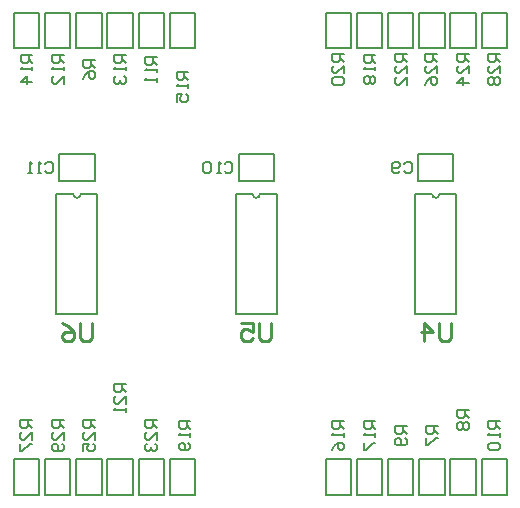
<source format=gbo>
G04*
G04 #@! TF.GenerationSoftware,Altium Limited,Altium Designer,24.5.2 (23)*
G04*
G04 Layer_Color=32896*
%FSLAX44Y44*%
%MOMM*%
G71*
G04*
G04 #@! TF.SameCoordinates,5CBC3D74-EA73-4CBB-BCEB-C53DBBCF94AE*
G04*
G04*
G04 #@! TF.FilePolarity,Positive*
G04*
G01*
G75*
%ADD10C,0.2000*%
%ADD11C,0.2540*%
D10*
X1055455Y406550D02*
G03*
X1061805Y406550I3175J0D01*
G01*
X903575D02*
G03*
X909925Y406550I3175J0D01*
G01*
X751695D02*
G03*
X758045Y406550I3175J0D01*
G01*
X1061805D02*
X1076030D01*
X1041230D02*
X1055455D01*
X1041230Y304950D02*
Y406550D01*
Y304950D02*
X1076030D01*
Y406550D01*
X909925D02*
X924150D01*
X889350D02*
X903575D01*
X889350Y304950D02*
Y406550D01*
Y304950D02*
X924150D01*
Y406550D01*
X758045D02*
X772270D01*
X737470D02*
X751695D01*
X737470Y304950D02*
Y406550D01*
Y304950D02*
X772270D01*
Y406550D01*
X1073554Y417750D02*
X1073630Y417826D01*
X1043630Y417813D02*
X1043693Y417750D01*
X1073554D01*
X1043630Y417813D02*
Y440250D01*
X1073523D01*
X1073630Y440143D01*
Y417826D02*
Y440143D01*
X921674Y417750D02*
X921750Y417826D01*
X891750Y417813D02*
X891813Y417750D01*
X921674D01*
X891750Y417813D02*
Y440250D01*
X921643D01*
X921750Y440143D01*
Y417826D02*
Y440143D01*
X769794Y417750D02*
X769870Y417826D01*
X739870Y417813D02*
X739933Y417750D01*
X769794D01*
X739870Y417813D02*
Y440250D01*
X769763D01*
X769870Y440143D01*
Y417826D02*
Y440143D01*
X754280Y530000D02*
Y560000D01*
X775780D01*
X754280Y530000D02*
X775780D01*
Y560000D01*
X1066180Y152000D02*
Y182000D01*
X1044680Y152000D02*
X1066180D01*
X1044680Y182000D02*
X1066180D01*
X1044680Y152000D02*
Y182000D01*
X1092580Y152000D02*
Y182000D01*
X1071080Y152000D02*
X1092580D01*
X1071080Y182000D02*
X1092580D01*
X1071080Y152000D02*
Y182000D01*
X1039780Y152000D02*
Y182000D01*
X1018280Y152000D02*
X1039780D01*
X1018280Y182000D02*
X1039780D01*
X1018280Y152000D02*
Y182000D01*
X1097480Y152000D02*
Y182000D01*
X1118980D01*
X1097480Y152000D02*
X1118980D01*
Y182000D01*
X807080Y530000D02*
Y560000D01*
X828580D01*
X807080Y530000D02*
X828580D01*
Y560000D01*
X749380Y530000D02*
Y560000D01*
X727880Y530000D02*
X749380D01*
X727880Y560000D02*
X749380D01*
X727880Y530000D02*
Y560000D01*
X780680Y530000D02*
Y560000D01*
X802180D01*
X780680Y530000D02*
X802180D01*
Y560000D01*
X722980Y530000D02*
Y560000D01*
X701480Y530000D02*
X722980D01*
X701480Y560000D02*
X722980D01*
X701480Y530000D02*
Y560000D01*
X833480Y530000D02*
Y560000D01*
X854980D01*
X833480Y530000D02*
X854980D01*
Y560000D01*
X986980Y152000D02*
Y182000D01*
X965480Y152000D02*
X986980D01*
X965480Y182000D02*
X986980D01*
X965480Y152000D02*
Y182000D01*
X1013380Y152000D02*
Y182000D01*
X991880Y152000D02*
X1013380D01*
X991880Y182000D02*
X1013380D01*
X991880Y152000D02*
Y182000D01*
Y530000D02*
Y560000D01*
X1013380D01*
X991880Y530000D02*
X1013380D01*
Y560000D01*
X854980Y152000D02*
Y182000D01*
X833480Y152000D02*
X854980D01*
X833480Y182000D02*
X854980D01*
X833480Y152000D02*
Y182000D01*
X965480Y530000D02*
Y560000D01*
X986980D01*
X965480Y530000D02*
X986980D01*
Y560000D01*
X802180Y152000D02*
Y182000D01*
X780680Y152000D02*
X802180D01*
X780680Y182000D02*
X802180D01*
X780680Y152000D02*
Y182000D01*
X1018280Y530000D02*
Y560000D01*
X1039780D01*
X1018280Y530000D02*
X1039780D01*
Y560000D01*
X828580Y152000D02*
Y182000D01*
X807080Y152000D02*
X828580D01*
X807080Y182000D02*
X828580D01*
X807080Y152000D02*
Y182000D01*
X1071080Y530000D02*
Y560000D01*
X1092580D01*
X1071080Y530000D02*
X1092580D01*
Y560000D01*
X775780Y152000D02*
Y182000D01*
X754280Y152000D02*
X775780D01*
X754280Y182000D02*
X775780D01*
X754280Y152000D02*
Y182000D01*
X1044680Y530000D02*
Y560000D01*
X1066180D01*
X1044680Y530000D02*
X1066180D01*
Y560000D01*
X722750Y152000D02*
Y182000D01*
X701250Y152000D02*
X722750D01*
X701250Y182000D02*
X722750D01*
X701250Y152000D02*
Y182000D01*
X1097480Y530000D02*
Y560000D01*
X1118980D01*
X1097480Y530000D02*
X1118980D01*
Y560000D01*
X749380Y152000D02*
Y182000D01*
X727880Y152000D02*
X749380D01*
X727880Y182000D02*
X749380D01*
X727880Y152000D02*
Y182000D01*
X743628Y215329D02*
X733632D01*
Y210331D01*
X735298Y208665D01*
X738630D01*
X740296Y210331D01*
Y215329D01*
Y211997D02*
X743628Y208665D01*
Y198668D02*
Y205332D01*
X736964Y198668D01*
X735298D01*
X733632Y200334D01*
Y203666D01*
X735298Y205332D01*
X741962Y195336D02*
X743628Y193669D01*
Y190337D01*
X741962Y188671D01*
X735298D01*
X733632Y190337D01*
Y193669D01*
X735298Y195336D01*
X736964D01*
X738630Y193669D01*
Y188671D01*
X1113228Y525329D02*
X1103232D01*
Y520331D01*
X1104898Y518665D01*
X1108230D01*
X1109896Y520331D01*
Y525329D01*
Y521997D02*
X1113228Y518665D01*
Y508668D02*
Y515332D01*
X1106564Y508668D01*
X1104898D01*
X1103232Y510334D01*
Y513666D01*
X1104898Y515332D01*
Y505336D02*
X1103232Y503669D01*
Y500337D01*
X1104898Y498671D01*
X1106564D01*
X1108230Y500337D01*
X1109896Y498671D01*
X1111562D01*
X1113228Y500337D01*
Y503669D01*
X1111562Y505336D01*
X1109896D01*
X1108230Y503669D01*
X1106564Y505336D01*
X1104898D01*
X1108230Y503669D02*
Y500337D01*
X716998Y215329D02*
X707002D01*
Y210331D01*
X708668Y208665D01*
X712000D01*
X713666Y210331D01*
Y215329D01*
Y211997D02*
X716998Y208665D01*
Y198668D02*
Y205332D01*
X710334Y198668D01*
X708668D01*
X707002Y200334D01*
Y203666D01*
X708668Y205332D01*
X707002Y195336D02*
Y188671D01*
X708668D01*
X715332Y195336D01*
X716998D01*
X1059998Y525329D02*
X1050002D01*
Y520331D01*
X1051668Y518665D01*
X1055000D01*
X1056666Y520331D01*
Y525329D01*
Y521997D02*
X1059998Y518665D01*
Y508668D02*
Y515332D01*
X1053334Y508668D01*
X1051668D01*
X1050002Y510334D01*
Y513666D01*
X1051668Y515332D01*
X1050002Y498671D02*
X1051668Y502003D01*
X1055000Y505336D01*
X1058332D01*
X1059998Y503669D01*
Y500337D01*
X1058332Y498671D01*
X1056666D01*
X1055000Y500337D01*
Y505336D01*
X770028Y215329D02*
X760032D01*
Y210331D01*
X761698Y208665D01*
X765030D01*
X766696Y210331D01*
Y215329D01*
Y211997D02*
X770028Y208665D01*
Y198668D02*
Y205332D01*
X763364Y198668D01*
X761698D01*
X760032Y200334D01*
Y203666D01*
X761698Y205332D01*
X760032Y188671D02*
Y195336D01*
X765030D01*
X763364Y192003D01*
Y190337D01*
X765030Y188671D01*
X768362D01*
X770028Y190337D01*
Y193669D01*
X768362Y195336D01*
X1086998Y525329D02*
X1077002D01*
Y520331D01*
X1078668Y518665D01*
X1082000D01*
X1083666Y520331D01*
Y525329D01*
Y521997D02*
X1086998Y518665D01*
Y508668D02*
Y515332D01*
X1080334Y508668D01*
X1078668D01*
X1077002Y510334D01*
Y513666D01*
X1078668Y515332D01*
X1086998Y500337D02*
X1077002D01*
X1082000Y505336D01*
Y498671D01*
X822828Y215329D02*
X812832D01*
Y210331D01*
X814498Y208665D01*
X817830D01*
X819496Y210331D01*
Y215329D01*
Y211997D02*
X822828Y208665D01*
Y198668D02*
Y205332D01*
X816164Y198668D01*
X814498D01*
X812832Y200334D01*
Y203666D01*
X814498Y205332D01*
Y195336D02*
X812832Y193669D01*
Y190337D01*
X814498Y188671D01*
X816164D01*
X817830Y190337D01*
Y192003D01*
Y190337D01*
X819496Y188671D01*
X821162D01*
X822828Y190337D01*
Y193669D01*
X821162Y195336D01*
X1034028Y525329D02*
X1024032D01*
Y520331D01*
X1025698Y518665D01*
X1029030D01*
X1030696Y520331D01*
Y525329D01*
Y521997D02*
X1034028Y518665D01*
Y508668D02*
Y515332D01*
X1027364Y508668D01*
X1025698D01*
X1024032Y510334D01*
Y513666D01*
X1025698Y515332D01*
X1034028Y498671D02*
Y505336D01*
X1027364Y498671D01*
X1025698D01*
X1024032Y500337D01*
Y503669D01*
X1025698Y505336D01*
X796428Y245663D02*
X786432D01*
Y240665D01*
X788098Y238998D01*
X791430D01*
X793096Y240665D01*
Y245663D01*
Y242331D02*
X796428Y238998D01*
Y229002D02*
Y235666D01*
X789764Y229002D01*
X788098D01*
X786432Y230668D01*
Y234000D01*
X788098Y235666D01*
X796428Y225669D02*
Y222337D01*
Y224003D01*
X786432D01*
X788098Y225669D01*
X981228Y525329D02*
X971232D01*
Y520331D01*
X972898Y518665D01*
X976230D01*
X977896Y520331D01*
Y525329D01*
Y521997D02*
X981228Y518665D01*
Y508668D02*
Y515332D01*
X974564Y508668D01*
X972898D01*
X971232Y510334D01*
Y513666D01*
X972898Y515332D01*
Y505336D02*
X971232Y503669D01*
Y500337D01*
X972898Y498671D01*
X979562D01*
X981228Y500337D01*
Y503669D01*
X979562Y505336D01*
X972898D01*
X850998Y214496D02*
X841002D01*
Y209498D01*
X842668Y207831D01*
X846000D01*
X847666Y209498D01*
Y214496D01*
Y211164D02*
X850998Y207831D01*
Y204499D02*
Y201167D01*
Y202833D01*
X841002D01*
X842668Y204499D01*
X849332Y196168D02*
X850998Y194502D01*
Y191170D01*
X849332Y189504D01*
X842668D01*
X841002Y191170D01*
Y194502D01*
X842668Y196168D01*
X844334D01*
X846000Y194502D01*
Y189504D01*
X1007628Y524496D02*
X997632D01*
Y519498D01*
X999298Y517831D01*
X1002630D01*
X1004296Y519498D01*
Y524496D01*
Y521164D02*
X1007628Y517831D01*
Y514499D02*
Y511167D01*
Y512833D01*
X997632D01*
X999298Y514499D01*
Y506169D02*
X997632Y504502D01*
Y501170D01*
X999298Y499504D01*
X1000964D01*
X1002630Y501170D01*
X1004296Y499504D01*
X1005962D01*
X1007628Y501170D01*
Y504502D01*
X1005962Y506169D01*
X1004296D01*
X1002630Y504502D01*
X1000964Y506169D01*
X999298D01*
X1002630Y504502D02*
Y501170D01*
X1007628Y214496D02*
X997632D01*
Y209498D01*
X999298Y207831D01*
X1002630D01*
X1004296Y209498D01*
Y214496D01*
Y211164D02*
X1007628Y207831D01*
Y204499D02*
Y201167D01*
Y202833D01*
X997632D01*
X999298Y204499D01*
X997632Y196168D02*
Y189504D01*
X999298D01*
X1005962Y196168D01*
X1007628D01*
X981228Y214496D02*
X971232D01*
Y209498D01*
X972898Y207831D01*
X976230D01*
X977896Y209498D01*
Y214496D01*
Y211164D02*
X981228Y207831D01*
Y204499D02*
Y201167D01*
Y202833D01*
X971232D01*
X972898Y204499D01*
X971232Y189504D02*
X972898Y192836D01*
X976230Y196169D01*
X979562D01*
X981228Y194502D01*
Y191170D01*
X979562Y189504D01*
X977896D01*
X976230Y191170D01*
Y196169D01*
X849228Y509496D02*
X839232D01*
Y504498D01*
X840898Y502831D01*
X844230D01*
X845896Y504498D01*
Y509496D01*
Y506164D02*
X849228Y502831D01*
Y499499D02*
Y496167D01*
Y497833D01*
X839232D01*
X840898Y499499D01*
X839232Y484504D02*
Y491169D01*
X844230D01*
X842564Y487836D01*
Y486170D01*
X844230Y484504D01*
X847562D01*
X849228Y486170D01*
Y489502D01*
X847562Y491169D01*
X717228Y524496D02*
X707232D01*
Y519498D01*
X708898Y517831D01*
X712230D01*
X713896Y519498D01*
Y524496D01*
Y521164D02*
X717228Y517831D01*
Y514499D02*
Y511167D01*
Y512833D01*
X707232D01*
X708898Y514499D01*
X717228Y501170D02*
X707232D01*
X712230Y506169D01*
Y499504D01*
X796428Y524496D02*
X786432D01*
Y519498D01*
X788098Y517831D01*
X791430D01*
X793096Y519498D01*
Y524496D01*
Y521164D02*
X796428Y517831D01*
Y514499D02*
Y511167D01*
Y512833D01*
X786432D01*
X788098Y514499D01*
Y506169D02*
X786432Y504502D01*
Y501170D01*
X788098Y499504D01*
X789764D01*
X791430Y501170D01*
Y502836D01*
Y501170D01*
X793096Y499504D01*
X794762D01*
X796428Y501170D01*
Y504502D01*
X794762Y506169D01*
X743628Y524496D02*
X733632D01*
Y519498D01*
X735298Y517831D01*
X738630D01*
X740296Y519498D01*
Y524496D01*
Y521164D02*
X743628Y517831D01*
Y514499D02*
Y511167D01*
Y512833D01*
X733632D01*
X735298Y514499D01*
X743628Y499504D02*
Y506169D01*
X736964Y499504D01*
X735298D01*
X733632Y501170D01*
Y504502D01*
X735298Y506169D01*
X822828Y522830D02*
X812832D01*
Y517831D01*
X814498Y516165D01*
X817830D01*
X819496Y517831D01*
Y522830D01*
Y519497D02*
X822828Y516165D01*
Y512833D02*
Y509501D01*
Y511167D01*
X812832D01*
X814498Y512833D01*
X822828Y504502D02*
Y501170D01*
Y502836D01*
X812832D01*
X814498Y504502D01*
X1113228Y214496D02*
X1103232D01*
Y209498D01*
X1104898Y207831D01*
X1108230D01*
X1109896Y209498D01*
Y214496D01*
Y211164D02*
X1113228Y207831D01*
Y204499D02*
Y201167D01*
Y202833D01*
X1103232D01*
X1104898Y204499D01*
Y196168D02*
X1103232Y194502D01*
Y191170D01*
X1104898Y189504D01*
X1111562D01*
X1113228Y191170D01*
Y194502D01*
X1111562Y196168D01*
X1104898D01*
X1034028Y210331D02*
X1024032D01*
Y205332D01*
X1025698Y203666D01*
X1029030D01*
X1030696Y205332D01*
Y210331D01*
Y206998D02*
X1034028Y203666D01*
X1032362Y200334D02*
X1034028Y198668D01*
Y195335D01*
X1032362Y193669D01*
X1025698D01*
X1024032Y195335D01*
Y198668D01*
X1025698Y200334D01*
X1027364D01*
X1029030Y198668D01*
Y193669D01*
X1086828Y223331D02*
X1076832D01*
Y218332D01*
X1078498Y216666D01*
X1081830D01*
X1083496Y218332D01*
Y223331D01*
Y219998D02*
X1086828Y216666D01*
X1078498Y213334D02*
X1076832Y211668D01*
Y208335D01*
X1078498Y206669D01*
X1080164D01*
X1081830Y208335D01*
X1083496Y206669D01*
X1085162D01*
X1086828Y208335D01*
Y211668D01*
X1085162Y213334D01*
X1083496D01*
X1081830Y211668D01*
X1080164Y213334D01*
X1078498D01*
X1081830Y211668D02*
Y208335D01*
X1060428Y210331D02*
X1050432D01*
Y205332D01*
X1052098Y203666D01*
X1055430D01*
X1057096Y205332D01*
Y210331D01*
Y206998D02*
X1060428Y203666D01*
X1050432Y200334D02*
Y193669D01*
X1052098D01*
X1058762Y200334D01*
X1060428D01*
X770028Y520331D02*
X760032D01*
Y515332D01*
X761698Y513666D01*
X765030D01*
X766696Y515332D01*
Y520331D01*
Y516998D02*
X770028Y513666D01*
X760032Y503669D02*
X761698Y507002D01*
X765030Y510334D01*
X768362D01*
X770028Y508668D01*
Y505336D01*
X768362Y503669D01*
X766696D01*
X765030Y505336D01*
Y510334D01*
X728165Y432332D02*
X729831Y433998D01*
X733164D01*
X734830Y432332D01*
Y425668D01*
X733164Y424002D01*
X729831D01*
X728165Y425668D01*
X724833Y424002D02*
X721501D01*
X723167D01*
Y433998D01*
X724833Y432332D01*
X716502Y424002D02*
X713170D01*
X714836D01*
Y433998D01*
X716502Y432332D01*
X879831D02*
X881498Y433998D01*
X884830D01*
X886496Y432332D01*
Y425668D01*
X884830Y424002D01*
X881498D01*
X879831Y425668D01*
X876499Y424002D02*
X873167D01*
X874833D01*
Y433998D01*
X876499Y432332D01*
X868168D02*
X866502Y433998D01*
X863170D01*
X861504Y432332D01*
Y425668D01*
X863170Y424002D01*
X866502D01*
X868168Y425668D01*
Y432332D01*
X1031666D02*
X1033332Y433998D01*
X1036665D01*
X1038331Y432332D01*
Y425668D01*
X1036665Y424002D01*
X1033332D01*
X1031666Y425668D01*
X1028334D02*
X1026668Y424002D01*
X1023335D01*
X1021669Y425668D01*
Y432332D01*
X1023335Y433998D01*
X1026668D01*
X1028334Y432332D01*
Y430666D01*
X1026668Y429000D01*
X1021669D01*
D11*
X767566Y297617D02*
Y284922D01*
X765027Y282383D01*
X759948D01*
X757409Y284922D01*
Y297617D01*
X742174D02*
X747253Y295078D01*
X752331Y290000D01*
Y284922D01*
X749792Y282383D01*
X744713D01*
X742174Y284922D01*
Y287461D01*
X744713Y290000D01*
X752331D01*
X919446Y297617D02*
Y284922D01*
X916907Y282383D01*
X911828D01*
X909289Y284922D01*
Y297617D01*
X894054D02*
X904211D01*
Y290000D01*
X899133Y292539D01*
X896593D01*
X894054Y290000D01*
Y284922D01*
X896593Y282383D01*
X901672D01*
X904211Y284922D01*
X1071326Y297617D02*
Y284922D01*
X1068787Y282383D01*
X1063708D01*
X1061169Y284922D01*
Y297617D01*
X1048473Y282383D02*
Y297617D01*
X1056091Y290000D01*
X1045934D01*
M02*

</source>
